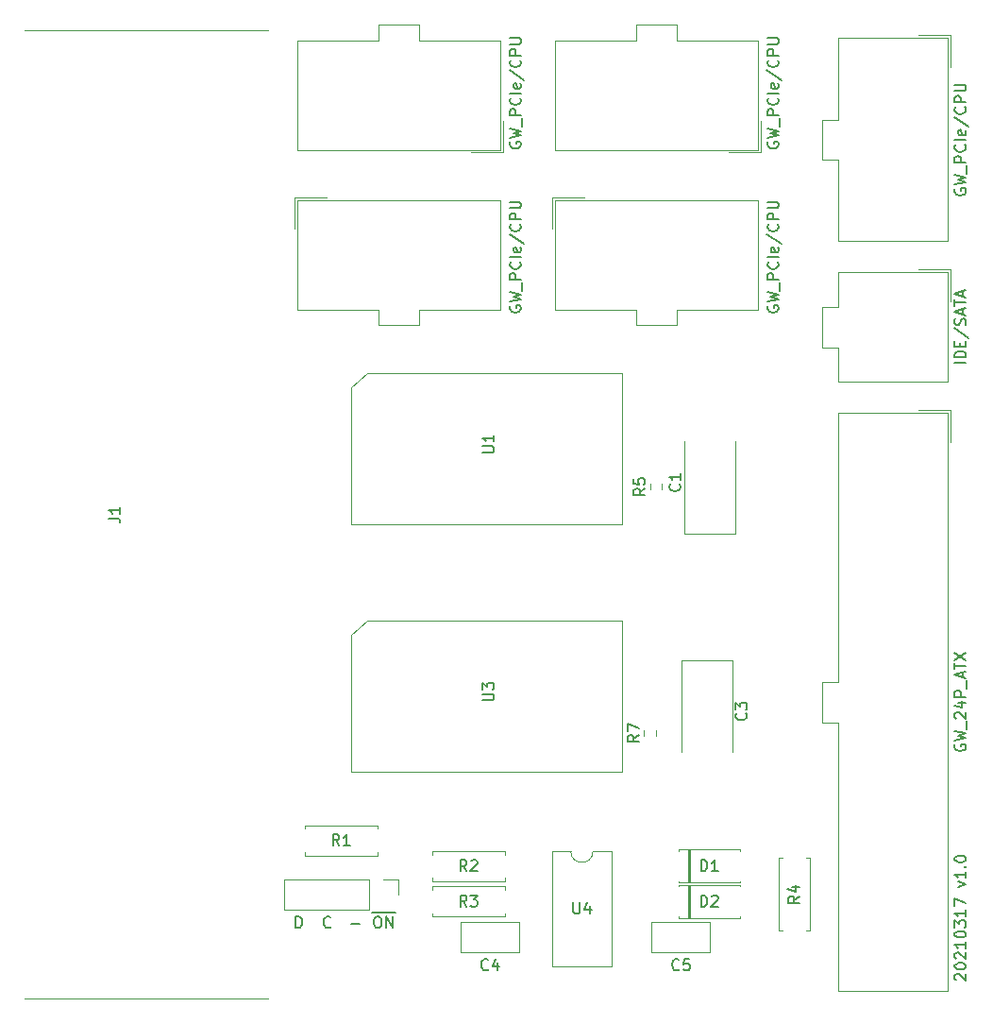
<source format=gto>
%TF.GenerationSoftware,KiCad,Pcbnew,(5.1.9)-1*%
%TF.CreationDate,2021-05-18T23:24:29+08:00*%
%TF.ProjectId,KCORES CSPS to ATX Converter,4b434f52-4553-4204-9353-505320746f20,1.0*%
%TF.SameCoordinates,Original*%
%TF.FileFunction,Legend,Top*%
%TF.FilePolarity,Positive*%
%FSLAX46Y46*%
G04 Gerber Fmt 4.6, Leading zero omitted, Abs format (unit mm)*
G04 Created by KiCad (PCBNEW (5.1.9)-1) date 2021-05-18 23:24:29*
%MOMM*%
%LPD*%
G01*
G04 APERTURE LIST*
%ADD10C,0.150000*%
%ADD11C,0.120000*%
G04 APERTURE END LIST*
D10*
X123582380Y-155365000D02*
X124630000Y-155365000D01*
X124010952Y-155732380D02*
X124201428Y-155732380D01*
X124296666Y-155780000D01*
X124391904Y-155875238D01*
X124439523Y-156065714D01*
X124439523Y-156399047D01*
X124391904Y-156589523D01*
X124296666Y-156684761D01*
X124201428Y-156732380D01*
X124010952Y-156732380D01*
X123915714Y-156684761D01*
X123820476Y-156589523D01*
X123772857Y-156399047D01*
X123772857Y-156065714D01*
X123820476Y-155875238D01*
X123915714Y-155780000D01*
X124010952Y-155732380D01*
X124630000Y-155365000D02*
X125677619Y-155365000D01*
X124868095Y-156732380D02*
X124868095Y-155732380D01*
X125439523Y-156732380D01*
X125439523Y-155732380D01*
X121709047Y-156351428D02*
X122470952Y-156351428D01*
X119859523Y-156637142D02*
X119811904Y-156684761D01*
X119669047Y-156732380D01*
X119573809Y-156732380D01*
X119430952Y-156684761D01*
X119335714Y-156589523D01*
X119288095Y-156494285D01*
X119240476Y-156303809D01*
X119240476Y-156160952D01*
X119288095Y-155970476D01*
X119335714Y-155875238D01*
X119430952Y-155780000D01*
X119573809Y-155732380D01*
X119669047Y-155732380D01*
X119811904Y-155780000D01*
X119859523Y-155827619D01*
X175947619Y-161412023D02*
X175900000Y-161364404D01*
X175852380Y-161269166D01*
X175852380Y-161031071D01*
X175900000Y-160935833D01*
X175947619Y-160888214D01*
X176042857Y-160840595D01*
X176138095Y-160840595D01*
X176280952Y-160888214D01*
X176852380Y-161459642D01*
X176852380Y-160840595D01*
X175852380Y-160221547D02*
X175852380Y-160126309D01*
X175900000Y-160031071D01*
X175947619Y-159983452D01*
X176042857Y-159935833D01*
X176233333Y-159888214D01*
X176471428Y-159888214D01*
X176661904Y-159935833D01*
X176757142Y-159983452D01*
X176804761Y-160031071D01*
X176852380Y-160126309D01*
X176852380Y-160221547D01*
X176804761Y-160316785D01*
X176757142Y-160364404D01*
X176661904Y-160412023D01*
X176471428Y-160459642D01*
X176233333Y-160459642D01*
X176042857Y-160412023D01*
X175947619Y-160364404D01*
X175900000Y-160316785D01*
X175852380Y-160221547D01*
X175947619Y-159507261D02*
X175900000Y-159459642D01*
X175852380Y-159364404D01*
X175852380Y-159126309D01*
X175900000Y-159031071D01*
X175947619Y-158983452D01*
X176042857Y-158935833D01*
X176138095Y-158935833D01*
X176280952Y-158983452D01*
X176852380Y-159554880D01*
X176852380Y-158935833D01*
X176852380Y-157983452D02*
X176852380Y-158554880D01*
X176852380Y-158269166D02*
X175852380Y-158269166D01*
X175995238Y-158364404D01*
X176090476Y-158459642D01*
X176138095Y-158554880D01*
X175852380Y-157364404D02*
X175852380Y-157269166D01*
X175900000Y-157173928D01*
X175947619Y-157126309D01*
X176042857Y-157078690D01*
X176233333Y-157031071D01*
X176471428Y-157031071D01*
X176661904Y-157078690D01*
X176757142Y-157126309D01*
X176804761Y-157173928D01*
X176852380Y-157269166D01*
X176852380Y-157364404D01*
X176804761Y-157459642D01*
X176757142Y-157507261D01*
X176661904Y-157554880D01*
X176471428Y-157602500D01*
X176233333Y-157602500D01*
X176042857Y-157554880D01*
X175947619Y-157507261D01*
X175900000Y-157459642D01*
X175852380Y-157364404D01*
X175852380Y-156697738D02*
X175852380Y-156078690D01*
X176233333Y-156412023D01*
X176233333Y-156269166D01*
X176280952Y-156173928D01*
X176328571Y-156126309D01*
X176423809Y-156078690D01*
X176661904Y-156078690D01*
X176757142Y-156126309D01*
X176804761Y-156173928D01*
X176852380Y-156269166D01*
X176852380Y-156554880D01*
X176804761Y-156650119D01*
X176757142Y-156697738D01*
X176852380Y-155126309D02*
X176852380Y-155697738D01*
X176852380Y-155412023D02*
X175852380Y-155412023D01*
X175995238Y-155507261D01*
X176090476Y-155602500D01*
X176138095Y-155697738D01*
X175852380Y-154792976D02*
X175852380Y-154126309D01*
X176852380Y-154554880D01*
X176185714Y-153078690D02*
X176852380Y-152840595D01*
X176185714Y-152602500D01*
X176852380Y-151697738D02*
X176852380Y-152269166D01*
X176852380Y-151983452D02*
X175852380Y-151983452D01*
X175995238Y-152078690D01*
X176090476Y-152173928D01*
X176138095Y-152269166D01*
X176757142Y-151269166D02*
X176804761Y-151221547D01*
X176852380Y-151269166D01*
X176804761Y-151316785D01*
X176757142Y-151269166D01*
X176852380Y-151269166D01*
X175852380Y-150602500D02*
X175852380Y-150507261D01*
X175900000Y-150412023D01*
X175947619Y-150364404D01*
X176042857Y-150316785D01*
X176233333Y-150269166D01*
X176471428Y-150269166D01*
X176661904Y-150316785D01*
X176757142Y-150364404D01*
X176804761Y-150412023D01*
X176852380Y-150507261D01*
X176852380Y-150602500D01*
X176804761Y-150697738D01*
X176757142Y-150745357D01*
X176661904Y-150792976D01*
X176471428Y-150840595D01*
X176233333Y-150840595D01*
X176042857Y-150792976D01*
X175947619Y-150745357D01*
X175900000Y-150697738D01*
X175852380Y-150602500D01*
X116748095Y-156732380D02*
X116748095Y-155732380D01*
X116986190Y-155732380D01*
X117129047Y-155780000D01*
X117224285Y-155875238D01*
X117271904Y-155970476D01*
X117319523Y-156160952D01*
X117319523Y-156303809D01*
X117271904Y-156494285D01*
X117224285Y-156589523D01*
X117129047Y-156684761D01*
X116986190Y-156732380D01*
X116748095Y-156732380D01*
D11*
%TO.C,U3*%
X123144000Y-129230000D02*
X146004000Y-129230000D01*
X121750000Y-130500000D02*
X123144000Y-129230000D01*
X121750000Y-142740000D02*
X121750000Y-130500000D01*
X146004000Y-142740000D02*
X121750000Y-142740000D01*
X146004000Y-129230000D02*
X146004000Y-142740000D01*
%TO.C,U1*%
X123144000Y-107030000D02*
X146004000Y-107030000D01*
X121750000Y-108300000D02*
X123144000Y-107030000D01*
X121750000Y-120540000D02*
X121750000Y-108300000D01*
X146004000Y-120540000D02*
X121750000Y-120540000D01*
X146004000Y-107030000D02*
X146004000Y-120540000D01*
%TO.C,R7*%
X149022500Y-139537258D02*
X149022500Y-139062742D01*
X147977500Y-139537258D02*
X147977500Y-139062742D01*
%TO.C,R5*%
X149572500Y-117437258D02*
X149572500Y-116962742D01*
X148527500Y-117437258D02*
X148527500Y-116962742D01*
%TO.C,C3*%
X151390000Y-132765000D02*
X151390000Y-141000000D01*
X155910000Y-132765000D02*
X151390000Y-132765000D01*
X155910000Y-141000000D02*
X155910000Y-132765000D01*
%TO.C,C1*%
X156160000Y-121385000D02*
X156160000Y-113150000D01*
X151640000Y-121385000D02*
X156160000Y-121385000D01*
X151640000Y-113150000D02*
X151640000Y-121385000D01*
%TO.C,J2*%
X115680000Y-152410000D02*
X115680000Y-155070000D01*
X123360000Y-152410000D02*
X115680000Y-152410000D01*
X123360000Y-155070000D02*
X115680000Y-155070000D01*
X123360000Y-152410000D02*
X123360000Y-155070000D01*
X124630000Y-152410000D02*
X125960000Y-152410000D01*
X125960000Y-152410000D02*
X125960000Y-153740000D01*
%TO.C,J1*%
X114244000Y-163110000D02*
X92400000Y-163110000D01*
X92400000Y-76290000D02*
X114244000Y-76290000D01*
%TO.C,J7*%
X175450000Y-76750000D02*
X172600000Y-76750000D01*
X175450000Y-79600000D02*
X175450000Y-76750000D01*
X163990000Y-87910000D02*
X163990000Y-86100000D01*
X165390000Y-87910000D02*
X163990000Y-87910000D01*
X165390000Y-95210000D02*
X165390000Y-87910000D01*
X175210000Y-95210000D02*
X165390000Y-95210000D01*
X175210000Y-86100000D02*
X175210000Y-95210000D01*
X163990000Y-84290000D02*
X163990000Y-86100000D01*
X165390000Y-84290000D02*
X163990000Y-84290000D01*
X165390000Y-76990000D02*
X165390000Y-84290000D01*
X175210000Y-76990000D02*
X165390000Y-76990000D01*
X175210000Y-86100000D02*
X175210000Y-76990000D01*
%TO.C,J6*%
X139750000Y-91250000D02*
X139750000Y-94100000D01*
X142600000Y-91250000D02*
X139750000Y-91250000D01*
X150910000Y-102710000D02*
X149100000Y-102710000D01*
X150910000Y-101310000D02*
X150910000Y-102710000D01*
X158210000Y-101310000D02*
X150910000Y-101310000D01*
X158210000Y-91490000D02*
X158210000Y-101310000D01*
X149100000Y-91490000D02*
X158210000Y-91490000D01*
X147290000Y-102710000D02*
X149100000Y-102710000D01*
X147290000Y-101310000D02*
X147290000Y-102710000D01*
X139990000Y-101310000D02*
X147290000Y-101310000D01*
X139990000Y-91490000D02*
X139990000Y-101310000D01*
X149100000Y-91490000D02*
X139990000Y-91490000D01*
%TO.C,J5*%
X158450000Y-87250000D02*
X158450000Y-84400000D01*
X155600000Y-87250000D02*
X158450000Y-87250000D01*
X147290000Y-75790000D02*
X149100000Y-75790000D01*
X147290000Y-77190000D02*
X147290000Y-75790000D01*
X139990000Y-77190000D02*
X147290000Y-77190000D01*
X139990000Y-87010000D02*
X139990000Y-77190000D01*
X149100000Y-87010000D02*
X139990000Y-87010000D01*
X150910000Y-75790000D02*
X149100000Y-75790000D01*
X150910000Y-77190000D02*
X150910000Y-75790000D01*
X158210000Y-77190000D02*
X150910000Y-77190000D01*
X158210000Y-87010000D02*
X158210000Y-77190000D01*
X149100000Y-87010000D02*
X158210000Y-87010000D01*
%TO.C,J4*%
X116650000Y-91250000D02*
X116650000Y-94100000D01*
X119500000Y-91250000D02*
X116650000Y-91250000D01*
X127810000Y-102710000D02*
X126000000Y-102710000D01*
X127810000Y-101310000D02*
X127810000Y-102710000D01*
X135110000Y-101310000D02*
X127810000Y-101310000D01*
X135110000Y-91490000D02*
X135110000Y-101310000D01*
X126000000Y-91490000D02*
X135110000Y-91490000D01*
X124190000Y-102710000D02*
X126000000Y-102710000D01*
X124190000Y-101310000D02*
X124190000Y-102710000D01*
X116890000Y-101310000D02*
X124190000Y-101310000D01*
X116890000Y-91490000D02*
X116890000Y-101310000D01*
X126000000Y-91490000D02*
X116890000Y-91490000D01*
%TO.C,J3*%
X135350000Y-87250000D02*
X135350000Y-84400000D01*
X132500000Y-87250000D02*
X135350000Y-87250000D01*
X124190000Y-75790000D02*
X126000000Y-75790000D01*
X124190000Y-77190000D02*
X124190000Y-75790000D01*
X116890000Y-77190000D02*
X124190000Y-77190000D01*
X116890000Y-87010000D02*
X116890000Y-77190000D01*
X126000000Y-87010000D02*
X116890000Y-87010000D01*
X127810000Y-75790000D02*
X126000000Y-75790000D01*
X127810000Y-77190000D02*
X127810000Y-75790000D01*
X135110000Y-77190000D02*
X127810000Y-77190000D01*
X135110000Y-87010000D02*
X135110000Y-77190000D01*
X126000000Y-87010000D02*
X135110000Y-87010000D01*
%TO.C,J9*%
X175450000Y-110350000D02*
X172600000Y-110350000D01*
X175450000Y-113200000D02*
X175450000Y-110350000D01*
X163990000Y-138310000D02*
X163990000Y-136500000D01*
X165390000Y-138310000D02*
X163990000Y-138310000D01*
X165390000Y-162410000D02*
X165390000Y-138310000D01*
X175210000Y-162410000D02*
X165390000Y-162410000D01*
X175210000Y-136500000D02*
X175210000Y-162410000D01*
X163990000Y-134690000D02*
X163990000Y-136500000D01*
X165390000Y-134690000D02*
X163990000Y-134690000D01*
X165390000Y-110590000D02*
X165390000Y-134690000D01*
X175210000Y-110590000D02*
X165390000Y-110590000D01*
X175210000Y-136500000D02*
X175210000Y-110590000D01*
%TO.C,J8*%
X175210000Y-102900000D02*
X175210000Y-97990000D01*
X175210000Y-97990000D02*
X165390000Y-97990000D01*
X165390000Y-97990000D02*
X165390000Y-101090000D01*
X165390000Y-101090000D02*
X163990000Y-101090000D01*
X163990000Y-101090000D02*
X163990000Y-102900000D01*
X175210000Y-102900000D02*
X175210000Y-107810000D01*
X175210000Y-107810000D02*
X165390000Y-107810000D01*
X165390000Y-107810000D02*
X165390000Y-104710000D01*
X165390000Y-104710000D02*
X163990000Y-104710000D01*
X163990000Y-104710000D02*
X163990000Y-102900000D01*
X175450000Y-100600000D02*
X175450000Y-97750000D01*
X175450000Y-97750000D02*
X172600000Y-97750000D01*
%TO.C,R4*%
X162500000Y-150470000D02*
X162830000Y-150470000D01*
X162830000Y-150470000D02*
X162830000Y-157010000D01*
X162830000Y-157010000D02*
X162500000Y-157010000D01*
X160420000Y-150470000D02*
X160090000Y-150470000D01*
X160090000Y-150470000D02*
X160090000Y-157010000D01*
X160090000Y-157010000D02*
X160420000Y-157010000D01*
%TO.C,U4*%
X141410000Y-149870000D02*
X139760000Y-149870000D01*
X139760000Y-149870000D02*
X139760000Y-160150000D01*
X139760000Y-160150000D02*
X145060000Y-160150000D01*
X145060000Y-160150000D02*
X145060000Y-149870000D01*
X145060000Y-149870000D02*
X143410000Y-149870000D01*
X143410000Y-149870000D02*
G75*
G02*
X141410000Y-149870000I-1000000J0D01*
G01*
%TO.C,R3*%
X128980000Y-153335000D02*
X128980000Y-153005000D01*
X128980000Y-153005000D02*
X135520000Y-153005000D01*
X135520000Y-153005000D02*
X135520000Y-153335000D01*
X128980000Y-155415000D02*
X128980000Y-155745000D01*
X128980000Y-155745000D02*
X135520000Y-155745000D01*
X135520000Y-155745000D02*
X135520000Y-155415000D01*
%TO.C,R2*%
X135520000Y-152240000D02*
X135520000Y-152570000D01*
X135520000Y-152570000D02*
X128980000Y-152570000D01*
X128980000Y-152570000D02*
X128980000Y-152240000D01*
X135520000Y-150160000D02*
X135520000Y-149830000D01*
X135520000Y-149830000D02*
X128980000Y-149830000D01*
X128980000Y-149830000D02*
X128980000Y-150160000D01*
%TO.C,R1*%
X124090000Y-149950000D02*
X124090000Y-150280000D01*
X124090000Y-150280000D02*
X117550000Y-150280000D01*
X117550000Y-150280000D02*
X117550000Y-149950000D01*
X124090000Y-147870000D02*
X124090000Y-147540000D01*
X124090000Y-147540000D02*
X117550000Y-147540000D01*
X117550000Y-147540000D02*
X117550000Y-147870000D01*
%TO.C,D2*%
X151120000Y-153035000D02*
X151120000Y-152905000D01*
X151120000Y-152905000D02*
X156560000Y-152905000D01*
X156560000Y-152905000D02*
X156560000Y-153035000D01*
X151120000Y-155715000D02*
X151120000Y-155845000D01*
X151120000Y-155845000D02*
X156560000Y-155845000D01*
X156560000Y-155845000D02*
X156560000Y-155715000D01*
X152020000Y-152905000D02*
X152020000Y-155845000D01*
X152140000Y-152905000D02*
X152140000Y-155845000D01*
X151900000Y-152905000D02*
X151900000Y-155845000D01*
%TO.C,D1*%
X151120000Y-149860000D02*
X151120000Y-149730000D01*
X151120000Y-149730000D02*
X156560000Y-149730000D01*
X156560000Y-149730000D02*
X156560000Y-149860000D01*
X151120000Y-152540000D02*
X151120000Y-152670000D01*
X151120000Y-152670000D02*
X156560000Y-152670000D01*
X156560000Y-152670000D02*
X156560000Y-152540000D01*
X152020000Y-149730000D02*
X152020000Y-152670000D01*
X152140000Y-149730000D02*
X152140000Y-152670000D01*
X151900000Y-149730000D02*
X151900000Y-152670000D01*
%TO.C,C5*%
X148660000Y-156180000D02*
X153900000Y-156180000D01*
X148660000Y-158920000D02*
X153900000Y-158920000D01*
X148660000Y-156180000D02*
X148660000Y-158920000D01*
X153900000Y-156180000D02*
X153900000Y-158920000D01*
%TO.C,C4*%
X131555000Y-156180000D02*
X136795000Y-156180000D01*
X131555000Y-158920000D02*
X136795000Y-158920000D01*
X131555000Y-156180000D02*
X131555000Y-158920000D01*
X136795000Y-156180000D02*
X136795000Y-158920000D01*
%TO.C,U3*%
D10*
X133518380Y-136341904D02*
X134327904Y-136341904D01*
X134423142Y-136294285D01*
X134470761Y-136246666D01*
X134518380Y-136151428D01*
X134518380Y-135960952D01*
X134470761Y-135865714D01*
X134423142Y-135818095D01*
X134327904Y-135770476D01*
X133518380Y-135770476D01*
X133518380Y-135389523D02*
X133518380Y-134770476D01*
X133899333Y-135103809D01*
X133899333Y-134960952D01*
X133946952Y-134865714D01*
X133994571Y-134818095D01*
X134089809Y-134770476D01*
X134327904Y-134770476D01*
X134423142Y-134818095D01*
X134470761Y-134865714D01*
X134518380Y-134960952D01*
X134518380Y-135246666D01*
X134470761Y-135341904D01*
X134423142Y-135389523D01*
%TO.C,U1*%
X133518380Y-114141904D02*
X134327904Y-114141904D01*
X134423142Y-114094285D01*
X134470761Y-114046666D01*
X134518380Y-113951428D01*
X134518380Y-113760952D01*
X134470761Y-113665714D01*
X134423142Y-113618095D01*
X134327904Y-113570476D01*
X133518380Y-113570476D01*
X134518380Y-112570476D02*
X134518380Y-113141904D01*
X134518380Y-112856190D02*
X133518380Y-112856190D01*
X133661238Y-112951428D01*
X133756476Y-113046666D01*
X133804095Y-113141904D01*
%TO.C,R7*%
X147522380Y-139466666D02*
X147046190Y-139800000D01*
X147522380Y-140038095D02*
X146522380Y-140038095D01*
X146522380Y-139657142D01*
X146570000Y-139561904D01*
X146617619Y-139514285D01*
X146712857Y-139466666D01*
X146855714Y-139466666D01*
X146950952Y-139514285D01*
X146998571Y-139561904D01*
X147046190Y-139657142D01*
X147046190Y-140038095D01*
X146522380Y-139133333D02*
X146522380Y-138466666D01*
X147522380Y-138895238D01*
%TO.C,R5*%
X148072380Y-117366666D02*
X147596190Y-117700000D01*
X148072380Y-117938095D02*
X147072380Y-117938095D01*
X147072380Y-117557142D01*
X147120000Y-117461904D01*
X147167619Y-117414285D01*
X147262857Y-117366666D01*
X147405714Y-117366666D01*
X147500952Y-117414285D01*
X147548571Y-117461904D01*
X147596190Y-117557142D01*
X147596190Y-117938095D01*
X147072380Y-116461904D02*
X147072380Y-116938095D01*
X147548571Y-116985714D01*
X147500952Y-116938095D01*
X147453333Y-116842857D01*
X147453333Y-116604761D01*
X147500952Y-116509523D01*
X147548571Y-116461904D01*
X147643809Y-116414285D01*
X147881904Y-116414285D01*
X147977142Y-116461904D01*
X148024761Y-116509523D01*
X148072380Y-116604761D01*
X148072380Y-116842857D01*
X148024761Y-116938095D01*
X147977142Y-116985714D01*
%TO.C,C3*%
X157107142Y-137516666D02*
X157154761Y-137564285D01*
X157202380Y-137707142D01*
X157202380Y-137802380D01*
X157154761Y-137945238D01*
X157059523Y-138040476D01*
X156964285Y-138088095D01*
X156773809Y-138135714D01*
X156630952Y-138135714D01*
X156440476Y-138088095D01*
X156345238Y-138040476D01*
X156250000Y-137945238D01*
X156202380Y-137802380D01*
X156202380Y-137707142D01*
X156250000Y-137564285D01*
X156297619Y-137516666D01*
X156202380Y-137183333D02*
X156202380Y-136564285D01*
X156583333Y-136897619D01*
X156583333Y-136754761D01*
X156630952Y-136659523D01*
X156678571Y-136611904D01*
X156773809Y-136564285D01*
X157011904Y-136564285D01*
X157107142Y-136611904D01*
X157154761Y-136659523D01*
X157202380Y-136754761D01*
X157202380Y-137040476D01*
X157154761Y-137135714D01*
X157107142Y-137183333D01*
%TO.C,C1*%
X151157142Y-116966666D02*
X151204761Y-117014285D01*
X151252380Y-117157142D01*
X151252380Y-117252380D01*
X151204761Y-117395238D01*
X151109523Y-117490476D01*
X151014285Y-117538095D01*
X150823809Y-117585714D01*
X150680952Y-117585714D01*
X150490476Y-117538095D01*
X150395238Y-117490476D01*
X150300000Y-117395238D01*
X150252380Y-117252380D01*
X150252380Y-117157142D01*
X150300000Y-117014285D01*
X150347619Y-116966666D01*
X151252380Y-116014285D02*
X151252380Y-116585714D01*
X151252380Y-116300000D02*
X150252380Y-116300000D01*
X150395238Y-116395238D01*
X150490476Y-116490476D01*
X150538095Y-116585714D01*
%TO.C,J1*%
X99980380Y-120033333D02*
X100694666Y-120033333D01*
X100837523Y-120080952D01*
X100932761Y-120176190D01*
X100980380Y-120319047D01*
X100980380Y-120414285D01*
X100980380Y-119033333D02*
X100980380Y-119604761D01*
X100980380Y-119319047D02*
X99980380Y-119319047D01*
X100123238Y-119414285D01*
X100218476Y-119509523D01*
X100266095Y-119604761D01*
%TO.C,J7*%
X175900000Y-90504761D02*
X175852380Y-90600000D01*
X175852380Y-90742857D01*
X175900000Y-90885714D01*
X175995238Y-90980952D01*
X176090476Y-91028571D01*
X176280952Y-91076190D01*
X176423809Y-91076190D01*
X176614285Y-91028571D01*
X176709523Y-90980952D01*
X176804761Y-90885714D01*
X176852380Y-90742857D01*
X176852380Y-90647619D01*
X176804761Y-90504761D01*
X176757142Y-90457142D01*
X176423809Y-90457142D01*
X176423809Y-90647619D01*
X175852380Y-90123809D02*
X176852380Y-89885714D01*
X176138095Y-89695238D01*
X176852380Y-89504761D01*
X175852380Y-89266666D01*
X176947619Y-89123809D02*
X176947619Y-88361904D01*
X176852380Y-88123809D02*
X175852380Y-88123809D01*
X175852380Y-87742857D01*
X175900000Y-87647619D01*
X175947619Y-87600000D01*
X176042857Y-87552380D01*
X176185714Y-87552380D01*
X176280952Y-87600000D01*
X176328571Y-87647619D01*
X176376190Y-87742857D01*
X176376190Y-88123809D01*
X176757142Y-86552380D02*
X176804761Y-86600000D01*
X176852380Y-86742857D01*
X176852380Y-86838095D01*
X176804761Y-86980952D01*
X176709523Y-87076190D01*
X176614285Y-87123809D01*
X176423809Y-87171428D01*
X176280952Y-87171428D01*
X176090476Y-87123809D01*
X175995238Y-87076190D01*
X175900000Y-86980952D01*
X175852380Y-86838095D01*
X175852380Y-86742857D01*
X175900000Y-86600000D01*
X175947619Y-86552380D01*
X176852380Y-86123809D02*
X175852380Y-86123809D01*
X176804761Y-85266666D02*
X176852380Y-85361904D01*
X176852380Y-85552380D01*
X176804761Y-85647619D01*
X176709523Y-85695238D01*
X176328571Y-85695238D01*
X176233333Y-85647619D01*
X176185714Y-85552380D01*
X176185714Y-85361904D01*
X176233333Y-85266666D01*
X176328571Y-85219047D01*
X176423809Y-85219047D01*
X176519047Y-85695238D01*
X175804761Y-84076190D02*
X177090476Y-84933333D01*
X176757142Y-83171428D02*
X176804761Y-83219047D01*
X176852380Y-83361904D01*
X176852380Y-83457142D01*
X176804761Y-83600000D01*
X176709523Y-83695238D01*
X176614285Y-83742857D01*
X176423809Y-83790476D01*
X176280952Y-83790476D01*
X176090476Y-83742857D01*
X175995238Y-83695238D01*
X175900000Y-83600000D01*
X175852380Y-83457142D01*
X175852380Y-83361904D01*
X175900000Y-83219047D01*
X175947619Y-83171428D01*
X176852380Y-82742857D02*
X175852380Y-82742857D01*
X175852380Y-82361904D01*
X175900000Y-82266666D01*
X175947619Y-82219047D01*
X176042857Y-82171428D01*
X176185714Y-82171428D01*
X176280952Y-82219047D01*
X176328571Y-82266666D01*
X176376190Y-82361904D01*
X176376190Y-82742857D01*
X175852380Y-81742857D02*
X176661904Y-81742857D01*
X176757142Y-81695238D01*
X176804761Y-81647619D01*
X176852380Y-81552380D01*
X176852380Y-81361904D01*
X176804761Y-81266666D01*
X176757142Y-81219047D01*
X176661904Y-81171428D01*
X175852380Y-81171428D01*
%TO.C,J6*%
X159100000Y-101004761D02*
X159052380Y-101100000D01*
X159052380Y-101242857D01*
X159100000Y-101385714D01*
X159195238Y-101480952D01*
X159290476Y-101528571D01*
X159480952Y-101576190D01*
X159623809Y-101576190D01*
X159814285Y-101528571D01*
X159909523Y-101480952D01*
X160004761Y-101385714D01*
X160052380Y-101242857D01*
X160052380Y-101147619D01*
X160004761Y-101004761D01*
X159957142Y-100957142D01*
X159623809Y-100957142D01*
X159623809Y-101147619D01*
X159052380Y-100623809D02*
X160052380Y-100385714D01*
X159338095Y-100195238D01*
X160052380Y-100004761D01*
X159052380Y-99766666D01*
X160147619Y-99623809D02*
X160147619Y-98861904D01*
X160052380Y-98623809D02*
X159052380Y-98623809D01*
X159052380Y-98242857D01*
X159100000Y-98147619D01*
X159147619Y-98100000D01*
X159242857Y-98052380D01*
X159385714Y-98052380D01*
X159480952Y-98100000D01*
X159528571Y-98147619D01*
X159576190Y-98242857D01*
X159576190Y-98623809D01*
X159957142Y-97052380D02*
X160004761Y-97100000D01*
X160052380Y-97242857D01*
X160052380Y-97338095D01*
X160004761Y-97480952D01*
X159909523Y-97576190D01*
X159814285Y-97623809D01*
X159623809Y-97671428D01*
X159480952Y-97671428D01*
X159290476Y-97623809D01*
X159195238Y-97576190D01*
X159100000Y-97480952D01*
X159052380Y-97338095D01*
X159052380Y-97242857D01*
X159100000Y-97100000D01*
X159147619Y-97052380D01*
X160052380Y-96623809D02*
X159052380Y-96623809D01*
X160004761Y-95766666D02*
X160052380Y-95861904D01*
X160052380Y-96052380D01*
X160004761Y-96147619D01*
X159909523Y-96195238D01*
X159528571Y-96195238D01*
X159433333Y-96147619D01*
X159385714Y-96052380D01*
X159385714Y-95861904D01*
X159433333Y-95766666D01*
X159528571Y-95719047D01*
X159623809Y-95719047D01*
X159719047Y-96195238D01*
X159004761Y-94576190D02*
X160290476Y-95433333D01*
X159957142Y-93671428D02*
X160004761Y-93719047D01*
X160052380Y-93861904D01*
X160052380Y-93957142D01*
X160004761Y-94100000D01*
X159909523Y-94195238D01*
X159814285Y-94242857D01*
X159623809Y-94290476D01*
X159480952Y-94290476D01*
X159290476Y-94242857D01*
X159195238Y-94195238D01*
X159100000Y-94100000D01*
X159052380Y-93957142D01*
X159052380Y-93861904D01*
X159100000Y-93719047D01*
X159147619Y-93671428D01*
X160052380Y-93242857D02*
X159052380Y-93242857D01*
X159052380Y-92861904D01*
X159100000Y-92766666D01*
X159147619Y-92719047D01*
X159242857Y-92671428D01*
X159385714Y-92671428D01*
X159480952Y-92719047D01*
X159528571Y-92766666D01*
X159576190Y-92861904D01*
X159576190Y-93242857D01*
X159052380Y-92242857D02*
X159861904Y-92242857D01*
X159957142Y-92195238D01*
X160004761Y-92147619D01*
X160052380Y-92052380D01*
X160052380Y-91861904D01*
X160004761Y-91766666D01*
X159957142Y-91719047D01*
X159861904Y-91671428D01*
X159052380Y-91671428D01*
%TO.C,J5*%
X159100000Y-86304761D02*
X159052380Y-86400000D01*
X159052380Y-86542857D01*
X159100000Y-86685714D01*
X159195238Y-86780952D01*
X159290476Y-86828571D01*
X159480952Y-86876190D01*
X159623809Y-86876190D01*
X159814285Y-86828571D01*
X159909523Y-86780952D01*
X160004761Y-86685714D01*
X160052380Y-86542857D01*
X160052380Y-86447619D01*
X160004761Y-86304761D01*
X159957142Y-86257142D01*
X159623809Y-86257142D01*
X159623809Y-86447619D01*
X159052380Y-85923809D02*
X160052380Y-85685714D01*
X159338095Y-85495238D01*
X160052380Y-85304761D01*
X159052380Y-85066666D01*
X160147619Y-84923809D02*
X160147619Y-84161904D01*
X160052380Y-83923809D02*
X159052380Y-83923809D01*
X159052380Y-83542857D01*
X159100000Y-83447619D01*
X159147619Y-83400000D01*
X159242857Y-83352380D01*
X159385714Y-83352380D01*
X159480952Y-83400000D01*
X159528571Y-83447619D01*
X159576190Y-83542857D01*
X159576190Y-83923809D01*
X159957142Y-82352380D02*
X160004761Y-82400000D01*
X160052380Y-82542857D01*
X160052380Y-82638095D01*
X160004761Y-82780952D01*
X159909523Y-82876190D01*
X159814285Y-82923809D01*
X159623809Y-82971428D01*
X159480952Y-82971428D01*
X159290476Y-82923809D01*
X159195238Y-82876190D01*
X159100000Y-82780952D01*
X159052380Y-82638095D01*
X159052380Y-82542857D01*
X159100000Y-82400000D01*
X159147619Y-82352380D01*
X160052380Y-81923809D02*
X159052380Y-81923809D01*
X160004761Y-81066666D02*
X160052380Y-81161904D01*
X160052380Y-81352380D01*
X160004761Y-81447619D01*
X159909523Y-81495238D01*
X159528571Y-81495238D01*
X159433333Y-81447619D01*
X159385714Y-81352380D01*
X159385714Y-81161904D01*
X159433333Y-81066666D01*
X159528571Y-81019047D01*
X159623809Y-81019047D01*
X159719047Y-81495238D01*
X159004761Y-79876190D02*
X160290476Y-80733333D01*
X159957142Y-78971428D02*
X160004761Y-79019047D01*
X160052380Y-79161904D01*
X160052380Y-79257142D01*
X160004761Y-79400000D01*
X159909523Y-79495238D01*
X159814285Y-79542857D01*
X159623809Y-79590476D01*
X159480952Y-79590476D01*
X159290476Y-79542857D01*
X159195238Y-79495238D01*
X159100000Y-79400000D01*
X159052380Y-79257142D01*
X159052380Y-79161904D01*
X159100000Y-79019047D01*
X159147619Y-78971428D01*
X160052380Y-78542857D02*
X159052380Y-78542857D01*
X159052380Y-78161904D01*
X159100000Y-78066666D01*
X159147619Y-78019047D01*
X159242857Y-77971428D01*
X159385714Y-77971428D01*
X159480952Y-78019047D01*
X159528571Y-78066666D01*
X159576190Y-78161904D01*
X159576190Y-78542857D01*
X159052380Y-77542857D02*
X159861904Y-77542857D01*
X159957142Y-77495238D01*
X160004761Y-77447619D01*
X160052380Y-77352380D01*
X160052380Y-77161904D01*
X160004761Y-77066666D01*
X159957142Y-77019047D01*
X159861904Y-76971428D01*
X159052380Y-76971428D01*
%TO.C,J4*%
X136000000Y-101004761D02*
X135952380Y-101100000D01*
X135952380Y-101242857D01*
X136000000Y-101385714D01*
X136095238Y-101480952D01*
X136190476Y-101528571D01*
X136380952Y-101576190D01*
X136523809Y-101576190D01*
X136714285Y-101528571D01*
X136809523Y-101480952D01*
X136904761Y-101385714D01*
X136952380Y-101242857D01*
X136952380Y-101147619D01*
X136904761Y-101004761D01*
X136857142Y-100957142D01*
X136523809Y-100957142D01*
X136523809Y-101147619D01*
X135952380Y-100623809D02*
X136952380Y-100385714D01*
X136238095Y-100195238D01*
X136952380Y-100004761D01*
X135952380Y-99766666D01*
X137047619Y-99623809D02*
X137047619Y-98861904D01*
X136952380Y-98623809D02*
X135952380Y-98623809D01*
X135952380Y-98242857D01*
X136000000Y-98147619D01*
X136047619Y-98100000D01*
X136142857Y-98052380D01*
X136285714Y-98052380D01*
X136380952Y-98100000D01*
X136428571Y-98147619D01*
X136476190Y-98242857D01*
X136476190Y-98623809D01*
X136857142Y-97052380D02*
X136904761Y-97100000D01*
X136952380Y-97242857D01*
X136952380Y-97338095D01*
X136904761Y-97480952D01*
X136809523Y-97576190D01*
X136714285Y-97623809D01*
X136523809Y-97671428D01*
X136380952Y-97671428D01*
X136190476Y-97623809D01*
X136095238Y-97576190D01*
X136000000Y-97480952D01*
X135952380Y-97338095D01*
X135952380Y-97242857D01*
X136000000Y-97100000D01*
X136047619Y-97052380D01*
X136952380Y-96623809D02*
X135952380Y-96623809D01*
X136904761Y-95766666D02*
X136952380Y-95861904D01*
X136952380Y-96052380D01*
X136904761Y-96147619D01*
X136809523Y-96195238D01*
X136428571Y-96195238D01*
X136333333Y-96147619D01*
X136285714Y-96052380D01*
X136285714Y-95861904D01*
X136333333Y-95766666D01*
X136428571Y-95719047D01*
X136523809Y-95719047D01*
X136619047Y-96195238D01*
X135904761Y-94576190D02*
X137190476Y-95433333D01*
X136857142Y-93671428D02*
X136904761Y-93719047D01*
X136952380Y-93861904D01*
X136952380Y-93957142D01*
X136904761Y-94100000D01*
X136809523Y-94195238D01*
X136714285Y-94242857D01*
X136523809Y-94290476D01*
X136380952Y-94290476D01*
X136190476Y-94242857D01*
X136095238Y-94195238D01*
X136000000Y-94100000D01*
X135952380Y-93957142D01*
X135952380Y-93861904D01*
X136000000Y-93719047D01*
X136047619Y-93671428D01*
X136952380Y-93242857D02*
X135952380Y-93242857D01*
X135952380Y-92861904D01*
X136000000Y-92766666D01*
X136047619Y-92719047D01*
X136142857Y-92671428D01*
X136285714Y-92671428D01*
X136380952Y-92719047D01*
X136428571Y-92766666D01*
X136476190Y-92861904D01*
X136476190Y-93242857D01*
X135952380Y-92242857D02*
X136761904Y-92242857D01*
X136857142Y-92195238D01*
X136904761Y-92147619D01*
X136952380Y-92052380D01*
X136952380Y-91861904D01*
X136904761Y-91766666D01*
X136857142Y-91719047D01*
X136761904Y-91671428D01*
X135952380Y-91671428D01*
%TO.C,J3*%
X136000000Y-86304761D02*
X135952380Y-86400000D01*
X135952380Y-86542857D01*
X136000000Y-86685714D01*
X136095238Y-86780952D01*
X136190476Y-86828571D01*
X136380952Y-86876190D01*
X136523809Y-86876190D01*
X136714285Y-86828571D01*
X136809523Y-86780952D01*
X136904761Y-86685714D01*
X136952380Y-86542857D01*
X136952380Y-86447619D01*
X136904761Y-86304761D01*
X136857142Y-86257142D01*
X136523809Y-86257142D01*
X136523809Y-86447619D01*
X135952380Y-85923809D02*
X136952380Y-85685714D01*
X136238095Y-85495238D01*
X136952380Y-85304761D01*
X135952380Y-85066666D01*
X137047619Y-84923809D02*
X137047619Y-84161904D01*
X136952380Y-83923809D02*
X135952380Y-83923809D01*
X135952380Y-83542857D01*
X136000000Y-83447619D01*
X136047619Y-83400000D01*
X136142857Y-83352380D01*
X136285714Y-83352380D01*
X136380952Y-83400000D01*
X136428571Y-83447619D01*
X136476190Y-83542857D01*
X136476190Y-83923809D01*
X136857142Y-82352380D02*
X136904761Y-82400000D01*
X136952380Y-82542857D01*
X136952380Y-82638095D01*
X136904761Y-82780952D01*
X136809523Y-82876190D01*
X136714285Y-82923809D01*
X136523809Y-82971428D01*
X136380952Y-82971428D01*
X136190476Y-82923809D01*
X136095238Y-82876190D01*
X136000000Y-82780952D01*
X135952380Y-82638095D01*
X135952380Y-82542857D01*
X136000000Y-82400000D01*
X136047619Y-82352380D01*
X136952380Y-81923809D02*
X135952380Y-81923809D01*
X136904761Y-81066666D02*
X136952380Y-81161904D01*
X136952380Y-81352380D01*
X136904761Y-81447619D01*
X136809523Y-81495238D01*
X136428571Y-81495238D01*
X136333333Y-81447619D01*
X136285714Y-81352380D01*
X136285714Y-81161904D01*
X136333333Y-81066666D01*
X136428571Y-81019047D01*
X136523809Y-81019047D01*
X136619047Y-81495238D01*
X135904761Y-79876190D02*
X137190476Y-80733333D01*
X136857142Y-78971428D02*
X136904761Y-79019047D01*
X136952380Y-79161904D01*
X136952380Y-79257142D01*
X136904761Y-79400000D01*
X136809523Y-79495238D01*
X136714285Y-79542857D01*
X136523809Y-79590476D01*
X136380952Y-79590476D01*
X136190476Y-79542857D01*
X136095238Y-79495238D01*
X136000000Y-79400000D01*
X135952380Y-79257142D01*
X135952380Y-79161904D01*
X136000000Y-79019047D01*
X136047619Y-78971428D01*
X136952380Y-78542857D02*
X135952380Y-78542857D01*
X135952380Y-78161904D01*
X136000000Y-78066666D01*
X136047619Y-78019047D01*
X136142857Y-77971428D01*
X136285714Y-77971428D01*
X136380952Y-78019047D01*
X136428571Y-78066666D01*
X136476190Y-78161904D01*
X136476190Y-78542857D01*
X135952380Y-77542857D02*
X136761904Y-77542857D01*
X136857142Y-77495238D01*
X136904761Y-77447619D01*
X136952380Y-77352380D01*
X136952380Y-77161904D01*
X136904761Y-77066666D01*
X136857142Y-77019047D01*
X136761904Y-76971428D01*
X135952380Y-76971428D01*
%TO.C,J9*%
X175900000Y-140309523D02*
X175852380Y-140404761D01*
X175852380Y-140547619D01*
X175900000Y-140690476D01*
X175995238Y-140785714D01*
X176090476Y-140833333D01*
X176280952Y-140880952D01*
X176423809Y-140880952D01*
X176614285Y-140833333D01*
X176709523Y-140785714D01*
X176804761Y-140690476D01*
X176852380Y-140547619D01*
X176852380Y-140452380D01*
X176804761Y-140309523D01*
X176757142Y-140261904D01*
X176423809Y-140261904D01*
X176423809Y-140452380D01*
X175852380Y-139928571D02*
X176852380Y-139690476D01*
X176138095Y-139500000D01*
X176852380Y-139309523D01*
X175852380Y-139071428D01*
X176947619Y-138928571D02*
X176947619Y-138166666D01*
X175947619Y-137976190D02*
X175900000Y-137928571D01*
X175852380Y-137833333D01*
X175852380Y-137595238D01*
X175900000Y-137500000D01*
X175947619Y-137452380D01*
X176042857Y-137404761D01*
X176138095Y-137404761D01*
X176280952Y-137452380D01*
X176852380Y-138023809D01*
X176852380Y-137404761D01*
X176185714Y-136547619D02*
X176852380Y-136547619D01*
X175804761Y-136785714D02*
X176519047Y-137023809D01*
X176519047Y-136404761D01*
X176852380Y-136023809D02*
X175852380Y-136023809D01*
X175852380Y-135642857D01*
X175900000Y-135547619D01*
X175947619Y-135500000D01*
X176042857Y-135452380D01*
X176185714Y-135452380D01*
X176280952Y-135500000D01*
X176328571Y-135547619D01*
X176376190Y-135642857D01*
X176376190Y-136023809D01*
X176947619Y-135261904D02*
X176947619Y-134500000D01*
X176566666Y-134309523D02*
X176566666Y-133833333D01*
X176852380Y-134404761D02*
X175852380Y-134071428D01*
X176852380Y-133738095D01*
X175852380Y-133547619D02*
X175852380Y-132976190D01*
X176852380Y-133261904D02*
X175852380Y-133261904D01*
X175852380Y-132738095D02*
X176852380Y-132071428D01*
X175852380Y-132071428D02*
X176852380Y-132738095D01*
%TO.C,J8*%
X176852380Y-106090476D02*
X175852380Y-106090476D01*
X176852380Y-105614285D02*
X175852380Y-105614285D01*
X175852380Y-105376190D01*
X175900000Y-105233333D01*
X175995238Y-105138095D01*
X176090476Y-105090476D01*
X176280952Y-105042857D01*
X176423809Y-105042857D01*
X176614285Y-105090476D01*
X176709523Y-105138095D01*
X176804761Y-105233333D01*
X176852380Y-105376190D01*
X176852380Y-105614285D01*
X176328571Y-104614285D02*
X176328571Y-104280952D01*
X176852380Y-104138095D02*
X176852380Y-104614285D01*
X175852380Y-104614285D01*
X175852380Y-104138095D01*
X175804761Y-102995238D02*
X177090476Y-103852380D01*
X176804761Y-102709523D02*
X176852380Y-102566666D01*
X176852380Y-102328571D01*
X176804761Y-102233333D01*
X176757142Y-102185714D01*
X176661904Y-102138095D01*
X176566666Y-102138095D01*
X176471428Y-102185714D01*
X176423809Y-102233333D01*
X176376190Y-102328571D01*
X176328571Y-102519047D01*
X176280952Y-102614285D01*
X176233333Y-102661904D01*
X176138095Y-102709523D01*
X176042857Y-102709523D01*
X175947619Y-102661904D01*
X175900000Y-102614285D01*
X175852380Y-102519047D01*
X175852380Y-102280952D01*
X175900000Y-102138095D01*
X176566666Y-101757142D02*
X176566666Y-101280952D01*
X176852380Y-101852380D02*
X175852380Y-101519047D01*
X176852380Y-101185714D01*
X175852380Y-100995238D02*
X175852380Y-100423809D01*
X176852380Y-100709523D02*
X175852380Y-100709523D01*
X176566666Y-100138095D02*
X176566666Y-99661904D01*
X176852380Y-100233333D02*
X175852380Y-99900000D01*
X176852380Y-99566666D01*
%TO.C,R4*%
X161912380Y-153906666D02*
X161436190Y-154240000D01*
X161912380Y-154478095D02*
X160912380Y-154478095D01*
X160912380Y-154097142D01*
X160960000Y-154001904D01*
X161007619Y-153954285D01*
X161102857Y-153906666D01*
X161245714Y-153906666D01*
X161340952Y-153954285D01*
X161388571Y-154001904D01*
X161436190Y-154097142D01*
X161436190Y-154478095D01*
X161245714Y-153049523D02*
X161912380Y-153049523D01*
X160864761Y-153287619D02*
X161579047Y-153525714D01*
X161579047Y-152906666D01*
%TO.C,U4*%
X141648095Y-154462380D02*
X141648095Y-155271904D01*
X141695714Y-155367142D01*
X141743333Y-155414761D01*
X141838571Y-155462380D01*
X142029047Y-155462380D01*
X142124285Y-155414761D01*
X142171904Y-155367142D01*
X142219523Y-155271904D01*
X142219523Y-154462380D01*
X143124285Y-154795714D02*
X143124285Y-155462380D01*
X142886190Y-154414761D02*
X142648095Y-155129047D01*
X143267142Y-155129047D01*
%TO.C,R3*%
X132083333Y-154827380D02*
X131750000Y-154351190D01*
X131511904Y-154827380D02*
X131511904Y-153827380D01*
X131892857Y-153827380D01*
X131988095Y-153875000D01*
X132035714Y-153922619D01*
X132083333Y-154017857D01*
X132083333Y-154160714D01*
X132035714Y-154255952D01*
X131988095Y-154303571D01*
X131892857Y-154351190D01*
X131511904Y-154351190D01*
X132416666Y-153827380D02*
X133035714Y-153827380D01*
X132702380Y-154208333D01*
X132845238Y-154208333D01*
X132940476Y-154255952D01*
X132988095Y-154303571D01*
X133035714Y-154398809D01*
X133035714Y-154636904D01*
X132988095Y-154732142D01*
X132940476Y-154779761D01*
X132845238Y-154827380D01*
X132559523Y-154827380D01*
X132464285Y-154779761D01*
X132416666Y-154732142D01*
%TO.C,R2*%
X132083333Y-151652380D02*
X131750000Y-151176190D01*
X131511904Y-151652380D02*
X131511904Y-150652380D01*
X131892857Y-150652380D01*
X131988095Y-150700000D01*
X132035714Y-150747619D01*
X132083333Y-150842857D01*
X132083333Y-150985714D01*
X132035714Y-151080952D01*
X131988095Y-151128571D01*
X131892857Y-151176190D01*
X131511904Y-151176190D01*
X132464285Y-150747619D02*
X132511904Y-150700000D01*
X132607142Y-150652380D01*
X132845238Y-150652380D01*
X132940476Y-150700000D01*
X132988095Y-150747619D01*
X133035714Y-150842857D01*
X133035714Y-150938095D01*
X132988095Y-151080952D01*
X132416666Y-151652380D01*
X133035714Y-151652380D01*
%TO.C,R1*%
X120653333Y-149362380D02*
X120320000Y-148886190D01*
X120081904Y-149362380D02*
X120081904Y-148362380D01*
X120462857Y-148362380D01*
X120558095Y-148410000D01*
X120605714Y-148457619D01*
X120653333Y-148552857D01*
X120653333Y-148695714D01*
X120605714Y-148790952D01*
X120558095Y-148838571D01*
X120462857Y-148886190D01*
X120081904Y-148886190D01*
X121605714Y-149362380D02*
X121034285Y-149362380D01*
X121320000Y-149362380D02*
X121320000Y-148362380D01*
X121224761Y-148505238D01*
X121129523Y-148600476D01*
X121034285Y-148648095D01*
%TO.C,D2*%
X153101904Y-154827380D02*
X153101904Y-153827380D01*
X153340000Y-153827380D01*
X153482857Y-153875000D01*
X153578095Y-153970238D01*
X153625714Y-154065476D01*
X153673333Y-154255952D01*
X153673333Y-154398809D01*
X153625714Y-154589285D01*
X153578095Y-154684523D01*
X153482857Y-154779761D01*
X153340000Y-154827380D01*
X153101904Y-154827380D01*
X154054285Y-153922619D02*
X154101904Y-153875000D01*
X154197142Y-153827380D01*
X154435238Y-153827380D01*
X154530476Y-153875000D01*
X154578095Y-153922619D01*
X154625714Y-154017857D01*
X154625714Y-154113095D01*
X154578095Y-154255952D01*
X154006666Y-154827380D01*
X154625714Y-154827380D01*
%TO.C,D1*%
X153101904Y-151652380D02*
X153101904Y-150652380D01*
X153340000Y-150652380D01*
X153482857Y-150700000D01*
X153578095Y-150795238D01*
X153625714Y-150890476D01*
X153673333Y-151080952D01*
X153673333Y-151223809D01*
X153625714Y-151414285D01*
X153578095Y-151509523D01*
X153482857Y-151604761D01*
X153340000Y-151652380D01*
X153101904Y-151652380D01*
X154625714Y-151652380D02*
X154054285Y-151652380D01*
X154340000Y-151652380D02*
X154340000Y-150652380D01*
X154244761Y-150795238D01*
X154149523Y-150890476D01*
X154054285Y-150938095D01*
%TO.C,C5*%
X151133333Y-160447142D02*
X151085714Y-160494761D01*
X150942857Y-160542380D01*
X150847619Y-160542380D01*
X150704761Y-160494761D01*
X150609523Y-160399523D01*
X150561904Y-160304285D01*
X150514285Y-160113809D01*
X150514285Y-159970952D01*
X150561904Y-159780476D01*
X150609523Y-159685238D01*
X150704761Y-159590000D01*
X150847619Y-159542380D01*
X150942857Y-159542380D01*
X151085714Y-159590000D01*
X151133333Y-159637619D01*
X152038095Y-159542380D02*
X151561904Y-159542380D01*
X151514285Y-160018571D01*
X151561904Y-159970952D01*
X151657142Y-159923333D01*
X151895238Y-159923333D01*
X151990476Y-159970952D01*
X152038095Y-160018571D01*
X152085714Y-160113809D01*
X152085714Y-160351904D01*
X152038095Y-160447142D01*
X151990476Y-160494761D01*
X151895238Y-160542380D01*
X151657142Y-160542380D01*
X151561904Y-160494761D01*
X151514285Y-160447142D01*
%TO.C,C4*%
X134008333Y-160447142D02*
X133960714Y-160494761D01*
X133817857Y-160542380D01*
X133722619Y-160542380D01*
X133579761Y-160494761D01*
X133484523Y-160399523D01*
X133436904Y-160304285D01*
X133389285Y-160113809D01*
X133389285Y-159970952D01*
X133436904Y-159780476D01*
X133484523Y-159685238D01*
X133579761Y-159590000D01*
X133722619Y-159542380D01*
X133817857Y-159542380D01*
X133960714Y-159590000D01*
X134008333Y-159637619D01*
X134865476Y-159875714D02*
X134865476Y-160542380D01*
X134627380Y-159494761D02*
X134389285Y-160209047D01*
X135008333Y-160209047D01*
%TD*%
M02*

</source>
